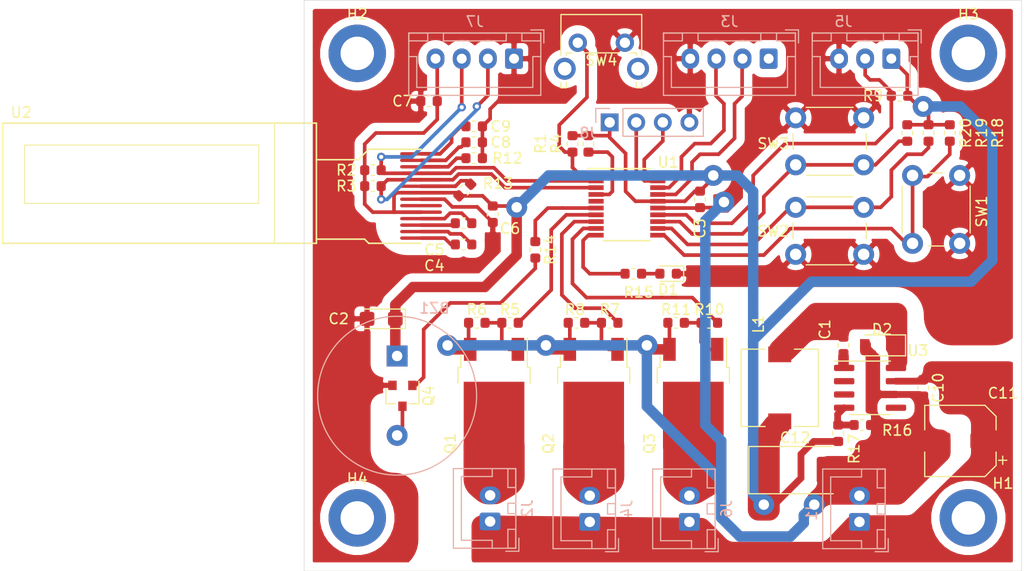
<source format=kicad_pcb>
(kicad_pcb (version 20171130) (host pcbnew 5.1.4)
  (layers (0 F.Cu signal) (31 B.Cu signal) (34 B.Paste user) (35 F.Paste user) (36 B.SilkS user) (37 F.SilkS user) (38 B.Mask user) (39 F.Mask user) (44 Edge.Cuts user))
  (net 0 "")
  (net 1 "Net-(U1-Pad5)")
  (net 2 /USB_DP)
  (net 3 /USB_DN)
  (net 4 +3V3)
  (net 5 GND)
  (net 6 /btn_down)
  (net 7 /btn_up)
  (net 8 /thermal_sensor)
  (net 9 /light_control)
  (net 10 /heater_ctrl)
  (net 11 /pump_ctrl)
  (net 12 "Net-(R4-Pad2)")
  (net 13 /boot)
  (net 14 "Net-(U2-Pad6)")
  (net 15 +5V)
  (net 16 "Net-(BZ1-Pad2)")
  (net 17 /buzzer)
  (net 18 /blinky)
  (net 19 /btn_sw)
  (net 20 /oled_scl)
  (net 21 /oled_sda)
  (net 22 "Net-(C9-Pad1)")
  (net 23 "Net-(C8-Pad1)")
  (net 24 "Net-(R12-Pad2)")
  (net 25 "Net-(R13-Pad2)")
  (net 26 "Net-(C5-Pad1)")
  (net 27 "Net-(C5-Pad2)")
  (net 28 "Net-(C4-Pad1)")
  (net 29 "Net-(C4-Pad2)")
  (net 30 +24V)
  (net 31 "Net-(D1-Pad2)")
  (net 32 "Net-(J2-Pad2)")
  (net 33 "Net-(J4-Pad2)")
  (net 34 "Net-(J6-Pad2)")
  (net 35 "Net-(Q1-Pad1)")
  (net 36 "Net-(Q2-Pad1)")
  (net 37 "Net-(Q3-Pad1)")
  (net 38 "Net-(Q4-Pad1)")
  (net 39 /SWCLK)
  (net 40 /SWDIO)
  (net 41 "Net-(R16-Pad1)")
  (net 42 "Net-(U3-Pad3)")
  (net 43 "Net-(U3-Pad2)")
  (net 44 "Net-(C1-Pad2)")
  (net 45 "Net-(U3-Pad5)")
  (net 46 /PH)
  (module Capacitor_SMD:CP_Elec_6.3x3.9 (layer F.Cu) (at 188.468 110.744 180)
    (fp_text reference C11 (at -4.064 4.572) (layer F.SilkS))
    (fp_text value 100uf)
    (pad 2 smd roundrect (at 2.7 0 180) (size 3.5 1.6) (layers F.Cu F.Paste F.Mask) (roundrect_rratio 0.15625) (net 5 GND))
    (pad 1 smd roundrect (at -2.7 0 180) (size 3.5 1.6) (layers F.Cu F.Paste F.Mask) (roundrect_rratio 0.15625) (net 30 +24V))
  )
  (module Connector_JST:JST_XH_B4B-XH-A_1x04_P2.50mm_Vertical (layer B.Cu) (at 145.796 74.168 180)
    (fp_text reference J7 (at 3.75 3.55) (layer B.SilkS) (effects (justify mirror)))
    (fp_text value Conn_01x04)
    (pad 4 thru_hole oval (at 7.5 0 180) (size 1.7 1.95) (drill 0.95) (layers *.Cu *.Mask) (net 4 +3V3))
    (pad 3 thru_hole oval (at 5 0 180) (size 1.7 1.95) (drill 0.95) (layers *.Cu *.Mask) (net 21 /oled_sda))
    (pad 2 thru_hole oval (at 2.5 0 180) (size 1.7 1.95) (drill 0.95) (layers *.Cu *.Mask) (net 20 /oled_scl))
    (pad 1 thru_hole roundrect (at 0 0 180) (size 1.7 1.95) (drill 0.95) (layers *.Cu *.Mask) (roundrect_rratio 0.147059) (net 5 GND))
  )
  (module Connector_JST:JST_XH_B4B-XH-A_1x04_P2.50mm_Vertical (layer B.Cu) (at 170.14 74.168 180)
    (fp_text reference J3 (at 3.75 3.55) (layer B.SilkS) (effects (justify mirror)))
    (fp_text value Conn_01x04)
    (pad 4 thru_hole oval (at 7.5 0 180) (size 1.7 1.95) (drill 0.95) (layers *.Cu *.Mask) (net 5 GND))
    (pad 3 thru_hole oval (at 5 0 180) (size 1.7 1.95) (drill 0.95) (layers *.Cu *.Mask) (net 2 /USB_DP))
    (pad 2 thru_hole oval (at 2.5 0 180) (size 1.7 1.95) (drill 0.95) (layers *.Cu *.Mask) (net 3 /USB_DN))
    (pad 1 thru_hole roundrect (at 0 0 180) (size 1.7 1.95) (drill 0.95) (layers *.Cu *.Mask) (roundrect_rratio 0.147059) (net 15 +5V))
  )
  (module Connector_JST:JST_XH_B2B-XH-A_1x02_P2.50mm_Vertical (layer B.Cu) (at 162.56 118.491 90)
    (fp_text reference J6 (at 1.25 3.55 270) (layer B.SilkS) (effects (justify mirror)))
    (fp_text value Conn_02x01)
    (pad 2 thru_hole oval (at 2.5 0 90) (size 1.7 2) (drill 1) (layers *.Cu *.Mask) (net 34 "Net-(J6-Pad2)"))
    (pad 1 thru_hole roundrect (at 0 0 90) (size 1.7 2) (drill 1) (layers *.Cu *.Mask) (roundrect_rratio 0.147059) (net 30 +24V))
  )
  (module Connector_JST:JST_XH_B2B-XH-A_1x02_P2.50mm_Vertical (layer B.Cu) (at 153.035 118.491 90)
    (fp_text reference J4 (at 1.25 3.55 270) (layer B.SilkS) (effects (justify mirror)))
    (fp_text value Conn_02x01)
    (pad 2 thru_hole oval (at 2.5 0 90) (size 1.7 2) (drill 1) (layers *.Cu *.Mask) (net 33 "Net-(J4-Pad2)"))
    (pad 1 thru_hole roundrect (at 0 0 90) (size 1.7 2) (drill 1) (layers *.Cu *.Mask) (roundrect_rratio 0.147059) (net 30 +24V))
  )
  (module Connector_JST:JST_XH_B2B-XH-A_1x02_P2.50mm_Vertical (layer B.Cu) (at 143.51 118.451 90)
    (fp_text reference J2 (at 1.25 3.55 270) (layer B.SilkS) (effects (justify mirror)))
    (fp_text value Conn_02x01)
    (pad 2 thru_hole oval (at 2.5 0 90) (size 1.7 2) (drill 1) (layers *.Cu *.Mask) (net 32 "Net-(J2-Pad2)"))
    (pad 1 thru_hole roundrect (at 0 0 90) (size 1.7 2) (drill 1) (layers *.Cu *.Mask) (roundrect_rratio 0.147059) (net 30 +24V))
  )
  (module Connector_JST:JST_XH_B2B-XH-A_1x02_P2.50mm_Vertical (layer B.Cu) (at 178.816 118.491 90)
    (fp_text reference J1 (at 0.976 -4.572 90) (layer B.SilkS) (effects (justify mirror)))
    (fp_text value Conn_02x01)
    (pad 2 thru_hole oval (at 2.5 0 90) (size 1.7 2) (drill 1) (layers *.Cu *.Mask) (net 5 GND))
    (pad 1 thru_hole roundrect (at 0 0 90) (size 1.7 2) (drill 1) (layers *.Cu *.Mask) (roundrect_rratio 0.147059) (net 30 +24V))
  )
  (module Connector_JST:JST_XH_B3B-XH-A_1x03_P2.50mm_Vertical (layer B.Cu) (at 181.864 74.168 180)
    (fp_text reference J5 (at 4.572 3.556) (layer B.SilkS) (effects (justify mirror)))
    (fp_text value Conn_01x03)
    (pad 3 thru_hole oval (at 5 0 180) (size 1.7 1.95) (drill 0.95) (layers *.Cu *.Mask) (net 5 GND))
    (pad 2 thru_hole oval (at 2.5 0 180) (size 1.7 1.95) (drill 0.95) (layers *.Cu *.Mask) (net 8 /thermal_sensor))
    (pad 1 thru_hole roundrect (at 0 0 180) (size 1.7 1.95) (drill 0.95) (layers *.Cu *.Mask) (roundrect_rratio 0.147059) (net 4 +3V3))
  )
  (module Buzzer_Beeper:Buzzer_15x7.5RM7.6 (layer B.Cu) (at 134.62 102.616 270)
    (fp_text reference BZ1 (at -4.572 -3.556) (layer B.SilkS) (effects (justify mirror)))
    (fp_text value Buzzer)
    (pad 2 thru_hole circle (at 7.6 0 270) (size 2 2) (drill 1) (layers *.Cu *.Mask) (net 16 "Net-(BZ1-Pad2)"))
    (pad 1 thru_hole rect (at 0 0 270) (size 2 2) (drill 1) (layers *.Cu *.Mask) (net 4 +3V3))
  )
  (module Capacitor_Tantalum_SMD:CP_EIA-3216-18_Kemet-A (layer F.Cu) (at 133.096 99.06 180)
    (fp_text reference C2 (at 4.064 0) (layer F.SilkS))
    (fp_text value 100uf)
    (pad 2 smd roundrect (at 1.35 0 180) (size 1.4 1.35) (layers F.Cu F.Paste F.Mask) (roundrect_rratio 0.185185) (net 5 GND))
    (pad 1 smd roundrect (at -1.35 0 180) (size 1.4 1.35) (layers F.Cu F.Paste F.Mask) (roundrect_rratio 0.185185) (net 4 +3V3))
  )
  (module Resistor_SMD:R_0603_1608Metric (layer F.Cu) (at 183.388 81.28 270)
    (fp_text reference R20 (at 0 -5.588 90) (layer F.SilkS))
    (fp_text value R)
    (pad 2 smd roundrect (at 0.7875 0 270) (size 0.875 0.95) (layers F.Cu F.Paste F.Mask) (net 7 /btn_up))
    (pad 1 smd roundrect (at -0.7875 0 270) (size 0.875 0.95) (layers F.Cu F.Paste F.Mask) (net 4 +3V3))
  )
  (module Resistor_SMD:R_0603_1608Metric (layer F.Cu) (at 185.42 81.28 270)
    (fp_text reference R19 (at 0 -5.08 90) (layer F.SilkS))
    (fp_text value R)
    (pad 2 smd roundrect (at 0.7875 0 270) (size 0.875 0.95) (layers F.Cu F.Paste F.Mask) (net 6 /btn_down))
    (pad 1 smd roundrect (at -0.7875 0 270) (size 0.875 0.95) (layers F.Cu F.Paste F.Mask) (net 4 +3V3))
  )
  (module Resistor_SMD:R_0603_1608Metric (layer F.Cu) (at 187.452 81.28 270)
    (fp_text reference R18 (at 0 -4.572 90) (layer F.SilkS))
    (fp_text value R)
    (pad 2 smd roundrect (at 0.7875 0 270) (size 0.875 0.95) (layers F.Cu F.Paste F.Mask) (net 19 /btn_sw))
    (pad 1 smd roundrect (at -0.7875 0 270) (size 0.875 0.95) (layers F.Cu F.Paste F.Mask) (net 4 +3V3))
  )
  (module Inductor_SMD:L_7.3x7.3_H4.5 (layer F.Cu) (at 171.196 105.664 270)
    (fp_text reference L1 (at -6.096 2.032 90) (layer F.SilkS))
    (fp_text value L)
    (pad 2 smd rect (at 3.2 0 270) (size 1.5 2.2) (layers F.Cu F.Paste F.Mask) (net 4 +3V3))
    (pad 1 smd rect (at -3.2 0 270) (size 1.5 2.2) (layers F.Cu F.Paste F.Mask) (net 46 /PH))
  )
  (module Capacitor_Tantalum_SMD:CP_EIA-7343-30_AVX-N (layer F.Cu) (at 172.6555 113.538)
    (fp_text reference C12 (at 0 -3.1) (layer F.SilkS))
    (fp_text value 100u)
    (pad 2 smd roundrect (at 3.1125 0) (size 2.075 2.55) (layers F.Cu F.Paste F.Mask) (roundrect_rratio 0.120482) (net 5 GND))
    (pad 1 smd roundrect (at -3.1125 0) (size 2.075 2.55) (layers F.Cu F.Paste F.Mask) (roundrect_rratio 0.120482) (net 4 +3V3))
  )
  (module Capacitor_SMD:C_0603_1608Metric (layer F.Cu) (at 184.912 105.664 270)
    (fp_text reference C10 (at 0 -1.43 90) (layer F.SilkS))
    (fp_text value 100n)
    (pad 2 smd roundrect (at 0.7875 0 270) (size 0.875 0.95) (layers F.Cu F.Paste F.Mask) (net 5 GND))
    (pad 1 smd roundrect (at -0.7875 0 270) (size 0.875 0.95) (layers F.Cu F.Paste F.Mask) (net 30 +24V))
  )
  (module Diode_SMD:D_SOD-123 (layer F.Cu) (at 180.974 101.6 180)
    (fp_text reference D2 (at 0 1.524) (layer F.SilkS))
    (fp_text value PMEG6010CEH)
    (pad 2 smd rect (at 1.65 0 180) (size 0.9 1.2) (layers F.Cu F.Paste F.Mask) (net 5 GND))
    (pad 1 smd rect (at -1.65 0 180) (size 0.9 1.2) (layers F.Cu F.Paste F.Mask) (net 46 /PH))
  )
  (module Capacitor_SMD:C_0603_1608Metric (layer F.Cu) (at 137.668 78.232)
    (fp_text reference C7 (at -2.54 0) (layer F.SilkS))
    (fp_text value 100n)
    (pad 2 smd roundrect (at 0.7875 0) (size 0.875 0.95) (layers F.Cu F.Paste F.Mask) (net 4 +3V3))
    (pad 1 smd roundrect (at -0.7875 0) (size 0.875 0.95) (layers F.Cu F.Paste F.Mask) (net 5 GND))
  )
  (module Resistor_SMD:R_0603_1608Metric (layer F.Cu) (at 176.784 110.0075 90)
    (fp_text reference R17 (at -1.4985 1.524 90) (layer F.SilkS))
    (fp_text value R)
    (pad 2 smd roundrect (at 0.7875 0 90) (size 0.875 0.95) (layers F.Cu F.Paste F.Mask) (net 41 "Net-(R16-Pad1)"))
    (pad 1 smd roundrect (at -0.7875 0 90) (size 0.875 0.95) (layers F.Cu F.Paste F.Mask) (net 4 +3V3))
  )
  (module Resistor_SMD:R_0603_1608Metric (layer F.Cu) (at 179.0955 109.22)
    (fp_text reference R16 (at 3.3275 0.508) (layer F.SilkS))
    (fp_text value R)
    (pad 2 smd roundrect (at 0.7875 0) (size 0.875 0.95) (layers F.Cu F.Paste F.Mask) (net 5 GND))
    (pad 1 smd roundrect (at -0.7875 0) (size 0.875 0.95) (layers F.Cu F.Paste F.Mask) (net 41 "Net-(R16-Pad1)"))
  )
  (module Capacitor_SMD:C_0603_1608Metric (layer F.Cu) (at 177.292 101.6 270)
    (fp_text reference C1 (at -1.524 1.778 90) (layer F.SilkS))
    (fp_text value C)
    (pad 2 smd roundrect (at 0.7875 0 270) (size 0.875 0.95) (layers F.Cu F.Paste F.Mask) (net 44 "Net-(C1-Pad2)"))
    (pad 1 smd roundrect (at -0.7875 0 270) (size 0.875 0.95) (layers F.Cu F.Paste F.Mask) (net 46 /PH))
  )
  (module Package_SO:SOIC-8_3.9x4.9mm_P1.27mm (layer F.Cu) (at 179.832 105.664)
    (fp_text reference U3 (at 4.572 -3.556) (layer F.SilkS))
    (fp_text value TPS5420D)
    (pad 8 smd roundrect (at 2.475 -1.905) (size 1.95 0.6) (layers F.Cu F.Paste F.Mask) (net 46 /PH))
    (pad 7 smd roundrect (at 2.475 -0.635) (size 1.95 0.6) (layers F.Cu F.Paste F.Mask) (net 30 +24V))
    (pad 6 smd roundrect (at 2.475 0.635) (size 1.95 0.6) (layers F.Cu F.Paste F.Mask) (net 5 GND))
    (pad 5 smd roundrect (at 2.475 1.905) (size 1.95 0.6) (layers F.Cu F.Paste F.Mask) (net 45 "Net-(U3-Pad5)"))
    (pad 4 smd roundrect (at -2.475 1.905) (size 1.95 0.6) (layers F.Cu F.Paste F.Mask) (net 41 "Net-(R16-Pad1)"))
    (pad 3 smd roundrect (at -2.475 0.635) (size 1.95 0.6) (layers F.Cu F.Paste F.Mask) (net 42 "Net-(U3-Pad3)"))
    (pad 2 smd roundrect (at -2.475 -0.635) (size 1.95 0.6) (layers F.Cu F.Paste F.Mask) (net 43 "Net-(U3-Pad2)"))
    (pad 1 smd roundrect (at -2.475 -1.905) (size 1.95 0.6) (layers F.Cu F.Paste F.Mask) (net 44 "Net-(C1-Pad2)"))
  )
  (module Connector_PinHeader_2.54mm:PinHeader_1x04_P2.54mm_Vertical (layer B.Cu) (at 154.94 80.264 270)
    (fp_text reference J8 (at 1.016 2.032 180) (layer B.SilkS) (effects (justify mirror)))
    (fp_text value Conn_01x04)
    (pad 4 thru_hole oval (at 0 -7.62 270) (size 1.7 1.7) (drill 1) (layers *.Cu *.Mask) (net 5 GND))
    (pad 3 thru_hole oval (at 0 -5.08 270) (size 1.7 1.7) (drill 1) (layers *.Cu *.Mask) (net 39 /SWCLK))
    (pad 2 thru_hole oval (at 0 -2.54 270) (size 1.7 1.7) (drill 1) (layers *.Cu *.Mask) (net 40 /SWDIO))
    (pad 1 thru_hole rect (at 0 0 270) (size 1.7 1.7) (drill 1) (layers *.Cu *.Mask) (net 4 +3V3))
  )
  (module Package_TO_SOT_SMD:SOT-23 (layer F.Cu) (at 135.128 106.426 270)
    (fp_text reference Q4 (at 0 -2.5 90) (layer F.SilkS))
    (fp_text value BC847)
    (pad 3 smd rect (at 1 0 270) (size 0.9 0.8) (layers F.Cu F.Paste F.Mask) (net 16 "Net-(BZ1-Pad2)"))
    (pad 2 smd rect (at -1 0.95 270) (size 0.9 0.8) (layers F.Cu F.Paste F.Mask) (net 5 GND))
    (pad 1 smd rect (at -1 -0.95 270) (size 0.9 0.8) (layers F.Cu F.Paste F.Mask) (net 38 "Net-(Q4-Pad1)"))
  )
  (module Button_Switch_THT:SW_Tactile_SPST_Angled_PTS645Vx39-2LFS (layer F.Cu) (at 151.892 72.644)
    (fp_text reference SW4 (at 2.25 1.68) (layer F.SilkS))
    (fp_text value SW_Push)
    (pad "" thru_hole circle (at -1.25 2.49) (size 2.1 2.1) (drill 1.3) (layers *.Cu *.Mask))
    (pad 1 thru_hole circle (at 0 0) (size 1.75 1.75) (drill 0.99) (layers *.Cu *.Mask) (net 13 /boot))
    (pad 2 thru_hole circle (at 4.5 0) (size 1.75 1.75) (drill 0.99) (layers *.Cu *.Mask) (net 5 GND))
    (pad "" thru_hole circle (at 5.76 2.49) (size 2.1 2.1) (drill 1.3) (layers *.Cu *.Mask))
  )
  (module Button_Switch_THT:SW_PUSH_6mm_H5mm (layer F.Cu) (at 179.22 84.328 180)
    (fp_text reference SW3 (at 8.636 2.032) (layer F.SilkS))
    (fp_text value SW_Push)
    (pad 1 thru_hole circle (at 6.5 0 270) (size 2 2) (drill 1.1) (layers *.Cu *.Mask) (net 7 /btn_up))
    (pad 2 thru_hole circle (at 6.5 4.5 270) (size 2 2) (drill 1.1) (layers *.Cu *.Mask) (net 5 GND))
    (pad 1 thru_hole circle (at 0 0 270) (size 2 2) (drill 1.1) (layers *.Cu *.Mask) (net 7 /btn_up))
    (pad 2 thru_hole circle (at 0 4.5 270) (size 2 2) (drill 1.1) (layers *.Cu *.Mask) (net 5 GND))
  )
  (module Button_Switch_THT:SW_PUSH_6mm_H5mm (layer F.Cu) (at 172.72 88.392)
    (fp_text reference SW2 (at -2.159 2.286) (layer F.SilkS))
    (fp_text value SW_Push)
    (pad 1 thru_hole circle (at 6.5 0 90) (size 2 2) (drill 1.1) (layers *.Cu *.Mask) (net 6 /btn_down))
    (pad 2 thru_hole circle (at 6.5 4.5 90) (size 2 2) (drill 1.1) (layers *.Cu *.Mask) (net 5 GND))
    (pad 1 thru_hole circle (at 0 0 90) (size 2 2) (drill 1.1) (layers *.Cu *.Mask) (net 6 /btn_down))
    (pad 2 thru_hole circle (at 0 4.5 90) (size 2 2) (drill 1.1) (layers *.Cu *.Mask) (net 5 GND))
  )
  (module Button_Switch_THT:SW_PUSH_6mm_H5mm (layer F.Cu) (at 183.896 91.844 90)
    (fp_text reference SW1 (at 3.048 6.604 90) (layer F.SilkS))
    (fp_text value SW_Push)
    (pad 1 thru_hole circle (at 6.5 0 180) (size 2 2) (drill 1.1) (layers *.Cu *.Mask) (net 19 /btn_sw))
    (pad 2 thru_hole circle (at 6.5 4.5 180) (size 2 2) (drill 1.1) (layers *.Cu *.Mask) (net 5 GND))
    (pad 1 thru_hole circle (at 0 0 180) (size 2 2) (drill 1.1) (layers *.Cu *.Mask) (net 19 /btn_sw))
    (pad 2 thru_hole circle (at 0 4.5 180) (size 2 2) (drill 1.1) (layers *.Cu *.Mask) (net 5 GND))
  )
  (module Resistor_SMD:R_0603_1608Metric (layer F.Cu) (at 157.2005 94.742)
    (fp_text reference R15 (at 0.508 1.778) (layer F.SilkS))
    (fp_text value 2k)
    (pad 2 smd roundrect (at 0.7875 0) (size 0.875 0.95) (layers F.Cu F.Paste F.Mask) (net 31 "Net-(D1-Pad2)"))
    (pad 1 smd roundrect (at -0.7875 0) (size 0.875 0.95) (layers F.Cu F.Paste F.Mask) (net 18 /blinky))
  )
  (module Resistor_SMD:R_0603_1608Metric (layer F.Cu) (at 147.828 92.456 270)
    (fp_text reference R14 (at 0 -1.43 90) (layer F.SilkS))
    (fp_text value 2k)
    (pad 2 smd roundrect (at 0.7875 0 270) (size 0.875 0.95) (layers F.Cu F.Paste F.Mask) (net 38 "Net-(Q4-Pad1)"))
    (pad 1 smd roundrect (at -0.7875 0 270) (size 0.875 0.95) (layers F.Cu F.Paste F.Mask) (net 17 /buzzer))
  )
  (module Resistor_SMD:R_0603_1608Metric (layer F.Cu) (at 141.09211 86.737623 45)
    (fp_text reference R13 (at 2.694077 1.796051 180) (layer F.SilkS))
    (fp_text value 10k)
    (pad 2 smd roundrect (at 0.7875 0 45) (size 0.875 0.95) (layers F.Cu F.Paste F.Mask) (net 25 "Net-(R13-Pad2)"))
    (pad 1 smd roundrect (at -0.7875 0 45) (size 0.875 0.95) (layers F.Cu F.Paste F.Mask) (net 4 +3V3))
  )
  (module Resistor_SMD:R_0603_1608Metric (layer F.Cu) (at 141.986 83.693 180)
    (fp_text reference R12 (at -3.175 0) (layer F.SilkS))
    (fp_text value 390k)
    (pad 2 smd roundrect (at 0.7875 0 180) (size 0.875 0.95) (layers F.Cu F.Paste F.Mask) (net 24 "Net-(R12-Pad2)"))
    (pad 1 smd roundrect (at -0.7875 0 180) (size 0.875 0.95) (layers F.Cu F.Paste F.Mask) (net 5 GND))
  )
  (module Resistor_SMD:R_0603_1608Metric (layer F.Cu) (at 161.29 99.441 180)
    (fp_text reference R11 (at 0 1.27) (layer F.SilkS))
    (fp_text value 100k)
    (pad 2 smd roundrect (at 0.7875 0 180) (size 0.875 0.95) (layers F.Cu F.Paste F.Mask) (net 5 GND))
    (pad 1 smd roundrect (at -0.7875 0 180) (size 0.875 0.95) (layers F.Cu F.Paste F.Mask) (net 37 "Net-(Q3-Pad1)"))
  )
  (module Resistor_SMD:R_0603_1608Metric (layer F.Cu) (at 164.465 99.441)
    (fp_text reference R10 (at 0 -1.27) (layer F.SilkS))
    (fp_text value 200)
    (pad 2 smd roundrect (at 0.7875 0) (size 0.875 0.95) (layers F.Cu F.Paste F.Mask) (net 9 /light_control))
    (pad 1 smd roundrect (at -0.7875 0) (size 0.875 0.95) (layers F.Cu F.Paste F.Mask) (net 37 "Net-(Q3-Pad1)"))
  )
  (module Resistor_SMD:R_0603_1608Metric (layer F.Cu) (at 182.6515 77.724 180)
    (fp_text reference R9 (at 2.54 0) (layer F.SilkS))
    (fp_text value 4k7)
    (pad 2 smd roundrect (at 0.7875 0 180) (size 0.875 0.95) (layers F.Cu F.Paste F.Mask) (net 8 /thermal_sensor))
    (pad 1 smd roundrect (at -0.7875 0 180) (size 0.875 0.95) (layers F.Cu F.Paste F.Mask) (net 4 +3V3))
  )
  (module Resistor_SMD:R_0603_1608Metric (layer F.Cu) (at 151.765 99.441 180)
    (fp_text reference R8 (at 0.1525 1.27) (layer F.SilkS))
    (fp_text value 100k)
    (pad 2 smd roundrect (at 0.7875 0 180) (size 0.875 0.95) (layers F.Cu F.Paste F.Mask) (net 5 GND))
    (pad 1 smd roundrect (at -0.7875 0 180) (size 0.875 0.95) (layers F.Cu F.Paste F.Mask) (net 36 "Net-(Q2-Pad1)"))
  )
  (module Resistor_SMD:R_0603_1608Metric (layer F.Cu) (at 154.94 99.441)
    (fp_text reference R7 (at 0 -1.27) (layer F.SilkS))
    (fp_text value 200)
    (pad 2 smd roundrect (at 0.7875 0) (size 0.875 0.95) (layers F.Cu F.Paste F.Mask) (net 10 /heater_ctrl))
    (pad 1 smd roundrect (at -0.7875 0) (size 0.875 0.95) (layers F.Cu F.Paste F.Mask) (net 36 "Net-(Q2-Pad1)"))
  )
  (module Resistor_SMD:R_0603_1608Metric (layer F.Cu) (at 142.24 99.441 180)
    (fp_text reference R6 (at 0 1.27) (layer F.SilkS))
    (fp_text value 100k)
    (pad 2 smd roundrect (at 0.7875 0 180) (size 0.875 0.95) (layers F.Cu F.Paste F.Mask) (net 5 GND))
    (pad 1 smd roundrect (at -0.7875 0 180) (size 0.875 0.95) (layers F.Cu F.Paste F.Mask) (net 35 "Net-(Q1-Pad1)"))
  )
  (module Resistor_SMD:R_0603_1608Metric (layer F.Cu) (at 145.415 99.441)
    (fp_text reference R5 (at 0 -1.27) (layer F.SilkS))
    (fp_text value 200)
    (pad 2 smd roundrect (at 0.7875 0) (size 0.875 0.95) (layers F.Cu F.Paste F.Mask) (net 11 /pump_ctrl))
    (pad 1 smd roundrect (at -0.7875 0) (size 0.875 0.95) (layers F.Cu F.Paste F.Mask) (net 35 "Net-(Q1-Pad1)"))
  )
  (module Resistor_SMD:R_0603_1608Metric (layer F.Cu) (at 152.908 82.3215 270)
    (fp_text reference R4 (at -0.0255 3.048 90) (layer F.SilkS))
    (fp_text value 10k)
    (pad 2 smd roundrect (at 0.7875 0 270) (size 0.875 0.95) (layers F.Cu F.Paste F.Mask) (net 12 "Net-(R4-Pad2)"))
    (pad 1 smd roundrect (at -0.7875 0 270) (size 0.875 0.95) (layers F.Cu F.Paste F.Mask) (net 4 +3V3))
  )
  (module Resistor_SMD:R_0603_1608Metric (layer F.Cu) (at 132.3085 86.36)
    (fp_text reference R3 (at -2.54 0) (layer F.SilkS))
    (fp_text value 4k7)
    (pad 2 smd roundrect (at 0.7875 0) (size 0.875 0.95) (layers F.Cu F.Paste F.Mask) (net 20 /oled_scl))
    (pad 1 smd roundrect (at -0.7875 0) (size 0.875 0.95) (layers F.Cu F.Paste F.Mask) (net 4 +3V3))
  )
  (module Resistor_SMD:R_0603_1608Metric (layer F.Cu) (at 132.3085 84.836)
    (fp_text reference R2 (at -2.54 0) (layer F.SilkS))
    (fp_text value 4k7)
    (pad 2 smd roundrect (at 0.7875 0) (size 0.875 0.95) (layers F.Cu F.Paste F.Mask) (net 21 /oled_sda))
    (pad 1 smd roundrect (at -0.7875 0) (size 0.875 0.95) (layers F.Cu F.Paste F.Mask) (net 4 +3V3))
  )
  (module Resistor_SMD:R_0603_1608Metric (layer F.Cu) (at 151.384 82.3215 270)
    (fp_text reference R1 (at -0.0255 3.048 90) (layer F.SilkS))
    (fp_text value 10k)
    (pad 2 smd roundrect (at 0.7875 0 270) (size 0.875 0.95) (layers F.Cu F.Paste F.Mask) (net 13 /boot))
    (pad 1 smd roundrect (at -0.7875 0 270) (size 0.875 0.95) (layers F.Cu F.Paste F.Mask) (net 4 +3V3))
  )
  (module Package_TO_SOT_SMD:TO-252-2 (layer F.Cu) (at 162.935 106.181 270)
    (fp_text reference Q3 (at 4.817 4.185 90) (layer F.SilkS))
    (fp_text value Q_NMOS_GDS)
    (pad 2 smd rect (at 2.1 0 270) (size 6.4 5.8) (layers F.Cu F.Mask) (net 34 "Net-(J6-Pad2)"))
    (pad 3 smd rect (at -4.2 2.28 270) (size 2.2 1.2) (layers F.Cu F.Paste F.Mask) (net 5 GND))
    (pad 1 smd rect (at -4.2 -2.28 270) (size 2.2 1.2) (layers F.Cu F.Paste F.Mask) (net 37 "Net-(Q3-Pad1)"))
  )
  (module Package_TO_SOT_SMD:TO-252-2 (layer F.Cu) (at 153.41 106.181 270)
    (fp_text reference Q2 (at 4.817 4.312 90) (layer F.SilkS))
    (fp_text value Q_NMOS_GDS)
    (pad 2 smd rect (at 2.1 0 270) (size 6.4 5.8) (layers F.Cu F.Mask) (net 33 "Net-(J4-Pad2)"))
    (pad 3 smd rect (at -4.2 2.28 270) (size 2.2 1.2) (layers F.Cu F.Paste F.Mask) (net 5 GND))
    (pad 1 smd rect (at -4.2 -2.28 270) (size 2.2 1.2) (layers F.Cu F.Paste F.Mask) (net 36 "Net-(Q2-Pad1)"))
  )
  (module Package_TO_SOT_SMD:TO-252-2 (layer F.Cu) (at 143.885 106.181 270)
    (fp_text reference Q1 (at 4.817 4.185 90) (layer F.SilkS))
    (fp_text value Q_NMOS_GDS)
    (pad 2 smd rect (at 2.1 0 270) (size 6.4 5.8) (layers F.Cu F.Mask) (net 32 "Net-(J2-Pad2)"))
    (pad 3 smd rect (at -4.2 2.28 270) (size 2.2 1.2) (layers F.Cu F.Paste F.Mask) (net 5 GND))
    (pad 1 smd rect (at -4.2 -2.28 270) (size 2.2 1.2) (layers F.Cu F.Paste F.Mask) (net 35 "Net-(Q1-Pad1)"))
  )
  (module MountingHole:MountingHole_3.2mm_M3_ISO14580_Pad (layer F.Cu) (at 130.81 118.11)
    (fp_text reference H4 (at 0 -3.75) (layer F.SilkS))
    (fp_text value MountingHole)
    (pad 1 thru_hole circle (at 0 0) (size 5.5 5.5) (drill 3.2) (layers *.Cu *.Mask))
  )
  (module MountingHole:MountingHole_3.2mm_M3_ISO14580_Pad (layer F.Cu) (at 189.23 73.66)
    (fp_text reference H3 (at 0 -3.75) (layer F.SilkS))
    (fp_text value MountingHole)
    (pad 1 thru_hole circle (at 0 0) (size 5.5 5.5) (drill 3.2) (layers *.Cu *.Mask))
  )
  (module MountingHole:MountingHole_3.2mm_M3_ISO14580_Pad (layer F.Cu) (at 130.81 73.66)
    (fp_text reference H2 (at 0 -3.75) (layer F.SilkS))
    (fp_text value MountingHole)
    (pad 1 thru_hole circle (at 0 0) (size 5.5 5.5) (drill 3.2) (layers *.Cu *.Mask))
  )
  (module MountingHole:MountingHole_3.2mm_M3_ISO14580_Pad (layer F.Cu) (at 189.23 118.11)
    (fp_text reference H1 (at 3.302 -3.302) (layer F.SilkS))
    (fp_text value MountingHole)
    (pad 1 thru_hole circle (at 0 0) (size 5.5 5.5) (drill 3.2) (layers *.Cu *.Mask))
  )
  (module LED_SMD:LED_0603_1608Metric (layer F.Cu) (at 160.528 94.742 180)
    (fp_text reference D1 (at 0 -1.524) (layer F.SilkS))
    (fp_text value LED)
    (pad 2 smd roundrect (at 0.7875 0 180) (size 0.875 0.95) (layers F.Cu F.Paste F.Mask) (net 31 "Net-(D1-Pad2)"))
    (pad 1 smd roundrect (at -0.7875 0 180) (size 0.875 0.95) (layers F.Cu F.Paste F.Mask) (net 5 GND))
  )
  (module Capacitor_SMD:C_0603_1608Metric (layer F.Cu) (at 141.986 80.645)
    (fp_text reference C9 (at 2.54 0) (layer F.SilkS))
    (fp_text value 2.2uf)
    (pad 2 smd roundrect (at 0.7875 0) (size 0.875 0.95) (layers F.Cu F.Paste F.Mask) (net 5 GND))
    (pad 1 smd roundrect (at -0.7875 0) (size 0.875 0.95) (layers F.Cu F.Paste F.Mask) (net 22 "Net-(C9-Pad1)"))
  )
  (module Capacitor_SMD:C_0603_1608Metric (layer F.Cu) (at 141.986 82.169)
    (fp_text reference C8 (at 2.54 0) (layer F.SilkS))
    (fp_text value 4.7uf)
    (pad 2 smd roundrect (at 0.7875 0) (size 0.875 0.95) (layers F.Cu F.Paste F.Mask) (net 5 GND))
    (pad 1 smd roundrect (at -0.7875 0) (size 0.875 0.95) (layers F.Cu F.Paste F.Mask) (net 23 "Net-(C8-Pad1)"))
  )
  (module Capacitor_SMD:C_0603_1608Metric (layer F.Cu) (at 140.97 89.916 180)
    (fp_text reference C5 (at 2.794 -2.54) (layer F.SilkS))
    (fp_text value 1uf)
    (pad 2 smd roundrect (at 0.7875 0 180) (size 0.875 0.95) (layers F.Cu F.Paste F.Mask) (net 27 "Net-(C5-Pad2)"))
    (pad 1 smd roundrect (at -0.7875 0 180) (size 0.875 0.95) (layers F.Cu F.Paste F.Mask) (net 26 "Net-(C5-Pad1)"))
  )
  (module Capacitor_SMD:C_0603_1608Metric (layer F.Cu) (at 140.97 91.948 180)
    (fp_text reference C4 (at 2.794 -2.032) (layer F.SilkS))
    (fp_text value 1uf)
    (pad 2 smd roundrect (at 0.7875 0 180) (size 0.875 0.95) (layers F.Cu F.Paste F.Mask) (net 29 "Net-(C4-Pad2)"))
    (pad 1 smd roundrect (at -0.7875 0 180) (size 0.875 0.95) (layers F.Cu F.Paste F.Mask) (net 28 "Net-(C4-Pad1)"))
  )
  (module Capacitor_SMD:C_0603_1608Metric (layer F.Cu) (at 143.764 89.0525 90)
    (fp_text reference C6 (at -1.3715 1.651) (layer F.SilkS))
    (fp_text value 100n)
    (pad 2 smd roundrect (at 0.7875 0 90) (size 0.875 0.95) (layers F.Cu F.Paste F.Mask) (net 4 +3V3))
    (pad 1 smd roundrect (at -0.7875 0 90) (size 0.875 0.95) (layers F.Cu F.Paste F.Mask) (net 5 GND))
  )
  (module Capacitor_SMD:C_0603_1608Metric (layer F.Cu) (at 163.576 87.63 270)
    (fp_text reference C3 (at 2.794 0 90) (layer F.SilkS))
    (fp_text value 100n)
    (pad 2 smd roundrect (at 0.7875 0 270) (size 0.875 0.95) (layers F.Cu F.Paste F.Mask) (net 5 GND))
    (pad 1 smd roundrect (at -0.7875 0 270) (size 0.875 0.95) (layers F.Cu F.Paste F.Mask) (net 4 +3V3))
  )
  (module oled:SSD1306_OLED-0.91-128x32 (layer F.Cu) (at 96.906 80.335)
    (fp_text reference U2 (at 1.778 -1.016) (layer F.SilkS))
    (fp_text value SSD1306)
    (pad 14 smd oval (at 40 2.94) (size 4 0.32) (layers F.Cu F.Paste F.Mask) (net 22 "Net-(C9-Pad1)"))
    (pad 13 smd oval (at 40 3.56) (size 4 0.32) (layers F.Cu F.Paste F.Mask) (net 23 "Net-(C8-Pad1)"))
    (pad 12 smd oval (at 40 4.18) (size 4 0.32) (layers F.Cu F.Paste F.Mask) (net 24 "Net-(R12-Pad2)"))
    (pad 11 smd oval (at 40 4.8) (size 4 0.32) (layers F.Cu F.Paste F.Mask) (net 21 /oled_sda))
    (pad 10 smd oval (at 40 5.42) (size 4 0.32) (layers F.Cu F.Paste F.Mask) (net 20 /oled_scl))
    (pad 9 smd oval (at 40 6.04) (size 4 0.32) (layers F.Cu F.Paste F.Mask) (net 25 "Net-(R13-Pad2)"))
    (pad 8 smd oval (at 40 6.66) (size 4 0.32) (layers F.Cu F.Paste F.Mask) (net 4 +3V3))
    (pad 7 smd oval (at 40 7.28) (size 4 0.32) (layers F.Cu F.Paste F.Mask) (net 5 GND))
    (pad 6 smd oval (at 40 7.9) (size 4 0.32) (layers F.Cu F.Paste F.Mask) (net 14 "Net-(U2-Pad6)"))
    (pad 5 smd oval (at 40 8.52) (size 4 0.32) (layers F.Cu F.Paste F.Mask) (net 4 +3V3))
    (pad 4 smd oval (at 40 9.14) (size 4 0.32) (layers F.Cu F.Paste F.Mask) (net 26 "Net-(C5-Pad1)"))
    (pad 3 smd oval (at 40 9.76) (size 4 0.32) (layers F.Cu F.Paste F.Mask) (net 27 "Net-(C5-Pad2)"))
    (pad 2 smd oval (at 40 10.38) (size 4 0.32) (layers F.Cu F.Paste F.Mask) (net 28 "Net-(C4-Pad1)"))
    (pad 1 smd oval (at 40 11) (size 4 0.32) (layers F.Cu F.Paste F.Mask) (net 29 "Net-(C4-Pad2)"))
  )
  (module Package_SO:TSSOP-20_4.4x6.5mm_P0.65mm (layer F.Cu) (at 156.59 88.135)
    (fp_text reference U1 (at 3.938 -4.061) (layer F.SilkS))
    (fp_text value STM32F042F4Px)
    (pad 20 smd rect (at 2.95 -2.925) (size 1.45 0.45) (layers F.Cu F.Paste F.Mask) (net 39 /SWCLK))
    (pad 19 smd rect (at 2.95 -2.275) (size 1.45 0.45) (layers F.Cu F.Paste F.Mask) (net 40 /SWDIO))
    (pad 18 smd rect (at 2.95 -1.625) (size 1.45 0.45) (layers F.Cu F.Paste F.Mask) (net 2 /USB_DP))
    (pad 17 smd rect (at 2.95 -0.975) (size 1.45 0.45) (layers F.Cu F.Paste F.Mask) (net 3 /USB_DN))
    (pad 16 smd rect (at 2.95 -0.325) (size 1.45 0.45) (layers F.Cu F.Paste F.Mask) (net 4 +3V3))
    (pad 15 smd rect (at 2.95 0.325) (size 1.45 0.45) (layers F.Cu F.Paste F.Mask) (net 5 GND))
    (pad 14 smd rect (at 2.95 0.975) (size 1.45 0.45) (layers F.Cu F.Paste F.Mask) (net 8 /thermal_sensor))
    (pad 13 smd rect (at 2.95 1.625) (size 1.45 0.45) (layers F.Cu F.Paste F.Mask) (net 7 /btn_up))
    (pad 12 smd rect (at 2.95 2.275) (size 1.45 0.45) (layers F.Cu F.Paste F.Mask) (net 6 /btn_down))
    (pad 11 smd rect (at 2.95 2.925) (size 1.45 0.45) (layers F.Cu F.Paste F.Mask) (net 19 /btn_sw))
    (pad 10 smd rect (at -2.95 2.925) (size 1.45 0.45) (layers F.Cu F.Paste F.Mask) (net 18 /blinky))
    (pad 9 smd rect (at -2.95 2.275) (size 1.45 0.45) (layers F.Cu F.Paste F.Mask) (net 9 /light_control))
    (pad 8 smd rect (at -2.95 1.625) (size 1.45 0.45) (layers F.Cu F.Paste F.Mask) (net 10 /heater_ctrl))
    (pad 7 smd rect (at -2.95 0.975) (size 1.45 0.45) (layers F.Cu F.Paste F.Mask) (net 11 /pump_ctrl))
    (pad 6 smd rect (at -2.95 0.325) (size 1.45 0.45) (layers F.Cu F.Paste F.Mask) (net 17 /buzzer))
    (pad 5 smd rect (at -2.95 -0.325) (size 1.45 0.45) (layers F.Cu F.Paste F.Mask) (net 1 "Net-(U1-Pad5)"))
    (pad 4 smd rect (at -2.95 -0.975) (size 1.45 0.45) (layers F.Cu F.Paste F.Mask) (net 12 "Net-(R4-Pad2)"))
    (pad 3 smd rect (at -2.95 -1.625) (size 1.45 0.45) (layers F.Cu F.Paste F.Mask) (net 20 /oled_scl))
    (pad 2 smd rect (at -2.95 -2.275) (size 1.45 0.45) (layers F.Cu F.Paste F.Mask) (net 21 /oled_sda))
    (pad 1 smd rect (at -2.95 -2.925) (size 1.45 0.45) (layers F.Cu F.Paste F.Mask) (net 13 /boot))
  )
  (gr_line (start 125.73 123.19) (end 132.08 123.19) (layer Edge.Cuts) (width 0.05))
  (gr_line (start 125.73 68.58) (end 125.73 123.19) (layer Edge.Cuts) (width 0.05))
  (gr_line (start 194.31 68.58) (end 125.73 68.58) (layer Edge.Cuts) (width 0.05))
  (gr_line (start 194.31 123.19) (end 194.31 68.58) (layer Edge.Cuts) (width 0.05))
  (gr_line (start 132.08 123.19) (end 194.31 123.19) (layer Edge.Cuts) (width 0.05))
  (segment (start 165.1 77.724) (end 165.1 74.295) (width 0.35) (layer F.Cu) (net 2))
  (segment (start 165.862 78.486) (end 165.1 77.724) (width 0.35) (layer F.Cu) (net 2))
  (segment (start 165.862 81.026) (end 165.862 78.486) (width 0.35) (layer F.Cu) (net 2))
  (segment (start 160.615 86.51) (end 161.798 85.327) (width 0.35) (layer F.Cu) (net 2))
  (segment (start 164.592 82.296) (end 165.862 81.026) (width 0.35) (layer F.Cu) (net 2))
  (segment (start 159.54 86.51) (end 160.615 86.51) (width 0.35) (layer F.Cu) (net 2))
  (segment (start 161.798 83.566) (end 163.068 82.296) (width 0.35) (layer F.Cu) (net 2))
  (segment (start 161.798 85.327) (end 161.798 83.566) (width 0.35) (layer F.Cu) (net 2))
  (segment (start 163.068 82.296) (end 164.592 82.296) (width 0.35) (layer F.Cu) (net 2))
  (segment (start 167.6 77.764) (end 167.6 74.295) (width 0.35) (layer F.Cu) (net 3))
  (segment (start 166.878 78.486) (end 167.6 77.764) (width 0.35) (layer F.Cu) (net 3))
  (segment (start 165.354 83.312) (end 166.878 81.788) (width 0.35) (layer F.Cu) (net 3))
  (segment (start 161.252 87.16) (end 162.814 85.598) (width 0.35) (layer F.Cu) (net 3))
  (segment (start 162.814 84.074) (end 163.576 83.312) (width 0.35) (layer F.Cu) (net 3))
  (segment (start 159.54 87.16) (end 161.252 87.16) (width 0.35) (layer F.Cu) (net 3))
  (segment (start 166.878 81.788) (end 166.878 78.486) (width 0.35) (layer F.Cu) (net 3))
  (segment (start 162.814 85.598) (end 162.814 84.074) (width 0.35) (layer F.Cu) (net 3))
  (segment (start 163.576 83.312) (end 165.354 83.312) (width 0.35) (layer F.Cu) (net 3))
  (segment (start 142.79347 87.29447) (end 143.764 88.265) (width 0.35) (layer F.Cu) (net 4))
  (segment (start 140.535263 87.29447) (end 142.79347 87.29447) (width 0.35) (layer F.Cu) (net 4))
  (segment (start 140.535263 87.29447) (end 140.235793 86.995) (width 0.35) (layer F.Cu) (net 4))
  (segment (start 139.065 86.995) (end 136.906 86.995) (width 0.35) (layer F.Cu) (net 4))
  (segment (start 140.235793 86.995) (end 139.065 86.995) (width 0.35) (layer F.Cu) (net 4))
  (segment (start 146.05 88.392) (end 146.05 88.392) (width 0.35) (layer B.Cu) (net 4))
  (via (at 146.05 88.392) (size 2) (drill 1) (layers F.Cu B.Cu) (net 4))
  (segment (start 145.923 88.265) (end 146.05 88.392) (width 0.35) (layer F.Cu) (net 4))
  (segment (start 143.764 88.265) (end 145.923 88.265) (width 0.35) (layer F.Cu) (net 4))
  (segment (start 134.556 86.995) (end 134.321 87.23) (width 0.35) (layer F.Cu) (net 4))
  (segment (start 134.321 87.23) (end 134.321 88.855) (width 0.35) (layer F.Cu) (net 4))
  (segment (start 136.906 86.995) (end 134.556 86.995) (width 0.35) (layer F.Cu) (net 4))
  (segment (start 136.906 88.855) (end 134.321 88.855) (width 0.35) (layer F.Cu) (net 4))
  (segment (start 131.521 88.087) (end 131.521 84.836) (width 0.35) (layer F.Cu) (net 4))
  (segment (start 132.289 88.855) (end 131.521 88.087) (width 0.35) (layer F.Cu) (net 4))
  (segment (start 134.321 88.855) (end 132.289 88.855) (width 0.35) (layer F.Cu) (net 4))
  (segment (start 151.384 81.534) (end 154.94 81.534) (width 0.35) (layer F.Cu) (net 4))
  (segment (start 154.94 80.518) (end 154.94 81.534) (width 0.35) (layer F.Cu) (net 4))
  (via (at 169.672 116.84) (size 2) (drill 1) (layers F.Cu B.Cu) (net 4))
  (segment (start 164.846 85.5725) (end 164.846 85.344) (width 0.35) (layer F.Cu) (net 4))
  (segment (start 163.576 86.8425) (end 164.846 85.5725) (width 0.35) (layer F.Cu) (net 4))
  (via (at 164.846 85.344) (size 2) (drill 1) (layers F.Cu B.Cu) (net 4))
  (segment (start 163.0935 86.8425) (end 163.576 86.8425) (width 0.35) (layer F.Cu) (net 4))
  (segment (start 159.54 87.81) (end 162.126 87.81) (width 0.35) (layer F.Cu) (net 4))
  (segment (start 162.126 87.81) (end 163.0935 86.8425) (width 0.35) (layer F.Cu) (net 4))
  (segment (start 156.464 86.868) (end 157.406 87.81) (width 0.35) (layer F.Cu) (net 4))
  (segment (start 154.94 81.534) (end 154.94 81.718) (width 0.35) (layer F.Cu) (net 4))
  (segment (start 157.406 87.81) (end 159.54 87.81) (width 0.35) (layer F.Cu) (net 4))
  (segment (start 156.464 83.242) (end 156.464 86.868) (width 0.35) (layer F.Cu) (net 4))
  (segment (start 154.94 81.718) (end 156.464 83.242) (width 0.35) (layer F.Cu) (net 4))
  (segment (start 138.4555 74.3275) (end 138.296 74.168) (width 0.35) (layer F.Cu) (net 4))
  (segment (start 131.521 82.347) (end 132.588 81.28) (width 0.35) (layer F.Cu) (net 4))
  (segment (start 131.521 84.836) (end 131.521 82.347) (width 0.35) (layer F.Cu) (net 4))
  (segment (start 132.588 81.28) (end 137.16 81.28) (width 0.35) (layer F.Cu) (net 4))
  (segment (start 137.16 81.28) (end 138.4555 79.9845) (width 0.35) (layer F.Cu) (net 4))
  (segment (start 138.4555 79.9845) (end 138.4555 74.3275) (width 0.35) (layer F.Cu) (net 4))
  (segment (start 146.05 92.964) (end 146.05 88.392) (width 1) (layer F.Cu) (net 4))
  (segment (start 134.446 101.934) (end 134.446 97.71) (width 1) (layer F.Cu) (net 4))
  (segment (start 135.128 102.616) (end 134.446 101.934) (width 1) (layer F.Cu) (net 4))
  (segment (start 134.446 97.71) (end 136.144 96.012) (width 1) (layer F.Cu) (net 4))
  (segment (start 136.144 96.012) (end 143.002 96.012) (width 1) (layer F.Cu) (net 4))
  (segment (start 143.002 96.012) (end 146.05 92.964) (width 1) (layer F.Cu) (net 4))
  (via (at 184.91204 78.74) (size 2) (drill 1) (layers F.Cu B.Cu) (net 4))
  (segment (start 187.452 80.4925) (end 183.896 80.4925) (width 0.35) (layer F.Cu) (net 4))
  (segment (start 185.42 79.24796) (end 184.91204 78.74) (width 0.35) (layer F.Cu) (net 4))
  (segment (start 185.42 80.4925) (end 185.42 79.24796) (width 0.35) (layer F.Cu) (net 4))
  (segment (start 173.228 112.014) (end 174.447 110.795) (width 0.65) (layer F.Cu) (net 4))
  (segment (start 170.18 117.348) (end 173.228 114.3) (width 0.65) (layer F.Cu) (net 4))
  (segment (start 174.447 110.795) (end 176.784 110.795) (width 0.65) (layer F.Cu) (net 4))
  (segment (start 173.228 114.3) (end 173.228 112.014) (width 0.65) (layer F.Cu) (net 4))
  (segment (start 188.468 78.74) (end 184.91204 78.74) (width 1) (layer B.Cu) (net 4))
  (segment (start 191.516 93.472) (end 191.516 81.788) (width 1) (layer B.Cu) (net 4))
  (segment (start 191.516 81.788) (end 188.468 78.74) (width 1) (layer B.Cu) (net 4))
  (segment (start 174.244 95.504) (end 189.484 95.504) (width 1) (layer B.Cu) (net 4))
  (segment (start 189.484 95.504) (end 191.516 93.472) (width 1) (layer B.Cu) (net 4))
  (segment (start 172.466 97.282) (end 174.244 95.504) (width 1) (layer B.Cu) (net 4))
  (segment (start 168.656 115.824) (end 168.656 101.092) (width 1) (layer B.Cu) (net 4))
  (segment (start 169.672 116.84) (end 168.656 115.824) (width 1) (layer B.Cu) (net 4))
  (segment (start 168.656 101.092) (end 172.466 97.282) (width 1) (layer B.Cu) (net 4))
  (segment (start 168.656 96.52) (end 168.656 101.6) (width 1) (layer B.Cu) (net 4))
  (segment (start 168.656 86.868) (end 168.656 96.52) (width 1) (layer B.Cu) (net 4))
  (segment (start 164.846 85.344) (end 167.132 85.344) (width 1) (layer B.Cu) (net 4))
  (segment (start 167.132 85.344) (end 168.656 86.868) (width 1) (layer B.Cu) (net 4))
  (segment (start 149.098 85.344) (end 162.846002 85.344) (width 1) (layer B.Cu) (net 4))
  (segment (start 146.05 88.392) (end 149.098 85.344) (width 1) (layer B.Cu) (net 4))
  (segment (start 162.846002 85.344) (end 164.846 85.344) (width 1) (layer B.Cu) (net 4))
  (segment (start 183.388 75.692) (end 183.388 77.673) (width 0.35) (layer F.Cu) (net 4))
  (segment (start 184.455 78.74) (end 184.91204 78.74) (width 0.35) (layer F.Cu) (net 4))
  (segment (start 183.388 77.673) (end 184.455 78.74) (width 0.35) (layer F.Cu) (net 4))
  (segment (start 181.356 74.168) (end 181.864 74.168) (width 0.35) (layer F.Cu) (net 4))
  (segment (start 181.864 74.168) (end 183.388 75.692) (width 0.35) (layer F.Cu) (net 4))
  (via (at 139.446 101.6) (size 2) (drill 1) (layers F.Cu B.Cu) (net 5))
  (segment (start 139.827 101.981) (end 139.446 101.6) (width 1) (layer F.Cu) (net 5))
  (segment (start 141.605 101.981) (end 139.827 101.981) (width 1) (layer F.Cu) (net 5))
  (segment (start 139.446 101.6) (end 148.844 101.6) (width 1) (layer B.Cu) (net 5))
  (via (at 148.844 101.6) (size 2) (drill 1) (layers F.Cu B.Cu) (net 5))
  (segment (start 151.13 101.981) (end 149.225 101.981) (width 1) (layer F.Cu) (net 5))
  (segment (start 149.225 101.981) (end 148.844 101.6) (width 1) (layer F.Cu) (net 5))
  (via (at 158.496 101.6) (size 2) (drill 1) (layers F.Cu B.Cu) (net 5))
  (segment (start 160.655 101.981) (end 158.877 101.981) (width 1) (layer F.Cu) (net 5))
  (segment (start 158.877 101.981) (end 158.496 101.6) (width 1) (layer F.Cu) (net 5))
  (segment (start 160.655 99.5935) (end 160.5025 99.441) (width 0.35) (layer F.Cu) (net 5))
  (segment (start 160.655 101.981) (end 160.655 99.5935) (width 0.35) (layer F.Cu) (net 5))
  (segment (start 151.13 99.5935) (end 150.9775 99.441) (width 0.35) (layer F.Cu) (net 5))
  (segment (start 151.13 101.981) (end 151.13 99.5935) (width 0.35) (layer F.Cu) (net 5))
  (segment (start 141.4525 101.8285) (end 141.605 101.981) (width 0.35) (layer F.Cu) (net 5))
  (segment (start 141.4525 99.441) (end 141.4525 101.8285) (width 0.35) (layer F.Cu) (net 5))
  (segment (start 143.302388 89.378388) (end 143.764 89.84) (width 0.35) (layer F.Cu) (net 5))
  (segment (start 139.890989 88.349989) (end 142.273989 88.349989) (width 0.35) (layer F.Cu) (net 5))
  (segment (start 139.156 87.615) (end 139.890989 88.349989) (width 0.35) (layer F.Cu) (net 5))
  (segment (start 136.906 87.615) (end 139.156 87.615) (width 0.35) (layer F.Cu) (net 5))
  (segment (start 142.273989 88.349989) (end 143.302388 89.378388) (width 0.35) (layer F.Cu) (net 5))
  (segment (start 142.7735 83.693) (end 142.7735 80.645) (width 0.35) (layer F.Cu) (net 5))
  (segment (start 180.467 106.299) (end 180.34 106.172) (width 0.7) (layer F.Cu) (net 5))
  (segment (start 182.307 106.299) (end 180.467 106.299) (width 0.7) (layer F.Cu) (net 5))
  (segment (start 148.844 101.6) (end 158.496 101.6) (width 1) (layer B.Cu) (net 5))
  (segment (start 184.531 106.299) (end 184.912 106.68) (width 0.65) (layer F.Cu) (net 5))
  (segment (start 182.307 106.299) (end 184.531 106.299) (width 0.65) (layer F.Cu) (net 5))
  (segment (start 180.34 102.616) (end 179.324 101.6) (width 0.65) (layer F.Cu) (net 5))
  (segment (start 180.467 106.299) (end 180.467 102.743) (width 0.65) (layer F.Cu) (net 5))
  (segment (start 180.467 102.743) (end 180.34 102.616) (width 0.65) (layer F.Cu) (net 5))
  (via (at 165.862 87.884) (size 2) (drill 1) (layers F.Cu B.Cu) (net 5))
  (segment (start 166.1415 88.4175) (end 166.1415 88.1635) (width 0.65) (layer F.Cu) (net 5))
  (segment (start 166.1415 88.1635) (end 165.862 87.884) (width 0.65) (layer F.Cu) (net 5))
  (segment (start 165.354 88.392) (end 165.862 87.884) (width 0.35) (layer F.Cu) (net 5))
  (segment (start 163.5335 88.46) (end 163.576 88.4175) (width 0.35) (layer F.Cu) (net 5))
  (segment (start 159.54 88.46) (end 163.5335 88.46) (width 0.35) (layer F.Cu) (net 5))
  (segment (start 165.3285 88.4175) (end 165.862 87.884) (width 0.35) (layer F.Cu) (net 5))
  (segment (start 163.576 88.4175) (end 165.3285 88.4175) (width 0.35) (layer F.Cu) (net 5))
  (segment (start 164.084 89.662) (end 164.862001 88.883999) (width 1) (layer B.Cu) (net 5))
  (segment (start 164.084 109.22) (end 164.084 89.662) (width 1) (layer B.Cu) (net 5))
  (segment (start 164.862001 88.883999) (end 165.862 87.884) (width 1) (layer B.Cu) (net 5))
  (segment (start 165.608 115.824) (end 165.608 110.744) (width 1) (layer B.Cu) (net 5))
  (segment (start 165.608 110.744) (end 164.084 109.22) (width 1) (layer B.Cu) (net 5))
  (via (at 174.497994 116.84001) (size 2) (drill 1) (layers F.Cu B.Cu) (net 5))
  (segment (start 173.497995 117.840009) (end 174.497994 116.84001) (width 1) (layer B.Cu) (net 5))
  (segment (start 172.212 119.888) (end 173.497995 118.602005) (width 1) (layer B.Cu) (net 5))
  (segment (start 158.496 107.442) (end 165.608 114.554) (width 1) (layer B.Cu) (net 5))
  (segment (start 165.608 118.11) (end 167.386 119.888) (width 1) (layer B.Cu) (net 5))
  (segment (start 173.497995 118.602005) (end 173.497995 117.840009) (width 1) (layer B.Cu) (net 5))
  (segment (start 167.386 119.888) (end 172.212 119.888) (width 1) (layer B.Cu) (net 5))
  (segment (start 158.496 101.6) (end 158.496 107.442) (width 1) (layer B.Cu) (net 5))
  (segment (start 165.608 114.554) (end 165.608 118.11) (width 1) (layer B.Cu) (net 5))
  (segment (start 143.51 78.994) (end 144.78 77.724) (width 0.35) (layer F.Cu) (net 5))
  (segment (start 142.7735 80.645) (end 143.51 79.9085) (width 0.35) (layer F.Cu) (net 5))
  (segment (start 143.51 79.9085) (end 143.51 78.994) (width 0.35) (layer F.Cu) (net 5))
  (segment (start 160.615 90.41) (end 159.54 90.41) (width 0.35) (layer F.Cu) (net 6))
  (segment (start 172.212 88.392) (end 168.656 91.948) (width 0.35) (layer F.Cu) (net 6))
  (segment (start 172.72 88.392) (end 172.212 88.392) (width 0.35) (layer F.Cu) (net 6))
  (segment (start 162.386914 91.948) (end 160.848914 90.41) (width 0.35) (layer F.Cu) (net 6))
  (segment (start 160.848914 90.41) (end 160.615 90.41) (width 0.35) (layer F.Cu) (net 6))
  (segment (start 168.656 91.948) (end 162.386914 91.948) (width 0.35) (layer F.Cu) (net 6))
  (segment (start 180.848 88.392) (end 172.72 88.392) (width 0.35) (layer F.Cu) (net 6))
  (segment (start 181.864 87.376) (end 180.848 88.392) (width 0.35) (layer F.Cu) (net 6))
  (segment (start 185.42 82.68975) (end 184.79775 83.312) (width 0.35) (layer F.Cu) (net 6))
  (segment (start 181.864 84.836) (end 181.864 87.376) (width 0.35) (layer F.Cu) (net 6))
  (segment (start 185.42 82.0675) (end 185.42 82.68975) (width 0.35) (layer F.Cu) (net 6))
  (segment (start 184.79775 83.312) (end 183.388 83.312) (width 0.35) (layer F.Cu) (net 6))
  (segment (start 183.388 83.312) (end 181.864 84.836) (width 0.35) (layer F.Cu) (net 6))
  (segment (start 169.672 87.376) (end 172.72 84.328) (width 0.35) (layer F.Cu) (net 7))
  (segment (start 161.642 89.76) (end 162.814 90.932) (width 0.35) (layer F.Cu) (net 7))
  (segment (start 159.54 89.76) (end 161.642 89.76) (width 0.35) (layer F.Cu) (net 7))
  (segment (start 162.814 90.932) (end 167.64 90.932) (width 0.35) (layer F.Cu) (net 7))
  (segment (start 167.64 90.932) (end 169.672 88.9) (width 0.35) (layer F.Cu) (net 7))
  (segment (start 169.672 88.9) (end 169.672 87.376) (width 0.35) (layer F.Cu) (net 7))
  (segment (start 182.6005 82.0675) (end 183.388 82.0675) (width 0.35) (layer F.Cu) (net 7))
  (segment (start 172.72 84.328) (end 180.34 84.328) (width 0.35) (layer F.Cu) (net 7))
  (segment (start 180.34 84.328) (end 182.6005 82.0675) (width 0.35) (layer F.Cu) (net 7))
  (segment (start 178.856 74.168) (end 179.364 74.168) (width 0.35) (layer F.Cu) (net 8))
  (segment (start 162.262 89.11) (end 159.54 89.11) (width 0.35) (layer F.Cu) (net 8))
  (segment (start 163.068 89.916) (end 162.262 89.11) (width 0.35) (layer F.Cu) (net 8))
  (segment (start 181.864 77.343) (end 181.864 80.772) (width 0.35) (layer F.Cu) (net 8))
  (segment (start 180.721 76.2) (end 181.864 77.343) (width 0.35) (layer F.Cu) (net 8))
  (segment (start 179.832 76.2) (end 180.721 76.2) (width 0.35) (layer F.Cu) (net 8))
  (segment (start 171.704 82.296) (end 168.656 85.344) (width 0.35) (layer F.Cu) (net 8))
  (segment (start 181.864 80.772) (end 180.34 82.296) (width 0.35) (layer F.Cu) (net 8))
  (segment (start 180.34 82.296) (end 171.704 82.296) (width 0.35) (layer F.Cu) (net 8))
  (segment (start 179.364 74.168) (end 179.364 75.732) (width 0.35) (layer F.Cu) (net 8))
  (segment (start 166.624 89.916) (end 163.068 89.916) (width 0.35) (layer F.Cu) (net 8))
  (segment (start 179.364 75.732) (end 179.832 76.2) (width 0.35) (layer F.Cu) (net 8))
  (segment (start 168.656 85.344) (end 168.656 87.884) (width 0.35) (layer F.Cu) (net 8))
  (segment (start 168.656 87.884) (end 166.624 89.916) (width 0.35) (layer F.Cu) (net 8))
  (segment (start 164.790888 98.979388) (end 165.2525 99.441) (width 0.35) (layer F.Cu) (net 9))
  (segment (start 162.8395 97.028) (end 164.790888 98.979388) (width 0.35) (layer F.Cu) (net 9))
  (segment (start 153.64 90.41) (end 152.414 90.41) (width 0.35) (layer F.Cu) (net 9))
  (segment (start 152.72753 97.028) (end 162.8395 97.028) (width 0.35) (layer F.Cu) (net 9))
  (segment (start 152.414 90.41) (end 151.384 91.44) (width 0.35) (layer F.Cu) (net 9))
  (segment (start 151.384 91.44) (end 151.384 95.68447) (width 0.35) (layer F.Cu) (net 9))
  (segment (start 151.384 95.68447) (end 152.72753 97.028) (width 0.35) (layer F.Cu) (net 9))
  (segment (start 155.265888 98.979388) (end 155.7275 99.441) (width 0.35) (layer F.Cu) (net 10))
  (segment (start 154.3305 98.044) (end 155.265888 98.979388) (width 0.35) (layer F.Cu) (net 10))
  (segment (start 151.560228 89.76) (end 150.368 90.952228) (width 0.35) (layer F.Cu) (net 10))
  (segment (start 153.64 89.76) (end 151.560228 89.76) (width 0.35) (layer F.Cu) (net 10))
  (segment (start 150.368 90.952228) (end 150.368 96.774) (width 0.35) (layer F.Cu) (net 10))
  (segment (start 150.368 96.774) (end 151.638 98.044) (width 0.35) (layer F.Cu) (net 10))
  (segment (start 151.638 98.044) (end 154.3305 98.044) (width 0.35) (layer F.Cu) (net 10))
  (segment (start 149.352 96.2915) (end 146.664112 98.979388) (width 0.35) (layer F.Cu) (net 11))
  (segment (start 149.352 90.548186) (end 149.352 96.2915) (width 0.35) (layer F.Cu) (net 11))
  (segment (start 153.64 89.11) (end 150.790186 89.11) (width 0.35) (layer F.Cu) (net 11))
  (segment (start 146.664112 98.979388) (end 146.2025 99.441) (width 0.35) (layer F.Cu) (net 11))
  (segment (start 150.790186 89.11) (end 149.352 90.548186) (width 0.35) (layer F.Cu) (net 11))
  (segment (start 153.64 87.16) (end 154.902 87.16) (width 0.35) (layer F.Cu) (net 12))
  (segment (start 154.902 87.16) (end 155.194 86.868) (width 0.35) (layer F.Cu) (net 12))
  (segment (start 155.194 86.868) (end 155.194 83.566) (width 0.35) (layer F.Cu) (net 12))
  (segment (start 154.737 83.109) (end 152.908 83.109) (width 0.35) (layer F.Cu) (net 12))
  (segment (start 155.194 83.566) (end 154.737 83.109) (width 0.35) (layer F.Cu) (net 12))
  (segment (start 153.64 85.21) (end 152.012 85.21) (width 0.35) (layer F.Cu) (net 13))
  (segment (start 152.012 85.21) (end 151.384 84.582) (width 0.35) (layer F.Cu) (net 13))
  (segment (start 151.384 84.582) (end 151.384 83.109) (width 0.35) (layer F.Cu) (net 13))
  (segment (start 152.766999 73.518999) (end 152.766999 77.865001) (width 0.35) (layer F.Cu) (net 13))
  (segment (start 151.892 72.644) (end 152.766999 73.518999) (width 0.35) (layer F.Cu) (net 13))
  (segment (start 152.766999 77.865001) (end 150.114 80.518) (width 0.35) (layer F.Cu) (net 13))
  (segment (start 150.114 80.518) (end 150.114 82.55) (width 0.35) (layer F.Cu) (net 13))
  (segment (start 150.673 83.109) (end 151.384 83.109) (width 0.35) (layer F.Cu) (net 13))
  (segment (start 150.114 82.55) (end 150.673 83.109) (width 0.35) (layer F.Cu) (net 13))
  (segment (start 135.128 109.708) (end 135.128 107.426) (width 0.35) (layer F.Cu) (net 16))
  (segment (start 134.62 110.216) (end 135.128 109.708) (width 0.35) (layer F.Cu) (net 16))
  (segment (start 153.64 88.46) (end 150.436 88.46) (width 0.35) (layer F.Cu) (net 17))
  (segment (start 150.436 88.46) (end 150.3 88.46) (width 0.35) (layer F.Cu) (net 17))
  (segment (start 150.436 88.46) (end 149.03 88.46) (width 0.35) (layer F.Cu) (net 17))
  (segment (start 149.03 88.46) (end 147.828 89.662) (width 0.35) (layer F.Cu) (net 17))
  (segment (start 147.828 89.662) (end 147.828 91.6685) (width 0.35) (layer F.Cu) (net 17))
  (segment (start 153.035 94.742) (end 156.413 94.742) (width 0.35) (layer F.Cu) (net 18))
  (segment (start 153.64 91.06) (end 152.906 91.06) (width 0.35) (layer F.Cu) (net 18))
  (segment (start 152.4 94.107) (end 153.035 94.742) (width 0.35) (layer F.Cu) (net 18))
  (segment (start 152.4 91.566) (end 152.4 94.107) (width 0.35) (layer F.Cu) (net 18))
  (segment (start 152.906 91.06) (end 152.4 91.566) (width 0.35) (layer F.Cu) (net 18))
  (segment (start 169.672 92.964) (end 172.212 90.424) (width 0.35) (layer F.Cu) (net 19))
  (segment (start 172.212 90.424) (end 181.864 90.424) (width 0.35) (layer F.Cu) (net 19))
  (segment (start 162.052 92.964) (end 169.672 92.964) (width 0.35) (layer F.Cu) (net 19))
  (segment (start 181.864 90.424) (end 183.284 91.844) (width 0.35) (layer F.Cu) (net 19))
  (segment (start 160.148 91.06) (end 162.052 92.964) (width 0.35) (layer F.Cu) (net 19))
  (segment (start 183.284 91.844) (end 183.896 91.844) (width 0.35) (layer F.Cu) (net 19))
  (segment (start 159.54 91.06) (end 160.148 91.06) (width 0.35) (layer F.Cu) (net 19))
  (segment (start 187.452 83.312) (end 187.452 82.0675) (width 0.35) (layer F.Cu) (net 19))
  (segment (start 185.316 85.448) (end 187.452 83.312) (width 0.35) (layer F.Cu) (net 19))
  (segment (start 183.896 91.844) (end 183.896 85.448) (width 0.35) (layer F.Cu) (net 19))
  (segment (start 183.896 85.448) (end 185.316 85.448) (width 0.35) (layer F.Cu) (net 19))
  (via (at 133.096 87.63) (size 0.8) (drill 0.4) (layers F.Cu B.Cu) (net 20))
  (segment (start 133.701 85.755) (end 133.096 86.36) (width 0.35) (layer F.Cu) (net 20))
  (segment (start 136.906 85.755) (end 133.701 85.755) (width 0.35) (layer F.Cu) (net 20))
  (segment (start 143.62114 85.20114) (end 140.50724 85.20114) (width 0.35) (layer F.Cu) (net 20))
  (segment (start 153.64 86.51) (end 144.93 86.51) (width 0.35) (layer F.Cu) (net 20))
  (segment (start 139.95338 85.755) (end 136.906 85.755) (width 0.35) (layer F.Cu) (net 20))
  (segment (start 140.50724 85.20114) (end 139.95338 85.755) (width 0.35) (layer F.Cu) (net 20))
  (segment (start 144.93 86.51) (end 143.62114 85.20114) (width 0.35) (layer F.Cu) (net 20))
  (segment (start 133.096 87.63) (end 133.096 86.36) (width 0.35) (layer F.Cu) (net 20))
  (segment (start 143.296 74.168) (end 143.296 77.684) (width 0.35) (layer F.Cu) (net 20))
  (segment (start 133.096 87.63) (end 133.661685 87.63) (width 0.35) (layer B.Cu) (net 20))
  (segment (start 133.661685 87.63) (end 142.24 79.051685) (width 0.35) (layer B.Cu) (net 20))
  (via (at 142.24 78.74) (size 0.8) (drill 0.4) (layers F.Cu B.Cu) (net 20))
  (segment (start 142.639999 78.340001) (end 142.24 78.74) (width 0.35) (layer F.Cu) (net 20))
  (segment (start 142.24 79.051685) (end 142.24 78.74) (width 0.35) (layer B.Cu) (net 20))
  (segment (start 143.296 77.684) (end 142.639999 78.340001) (width 0.35) (layer F.Cu) (net 20))
  (via (at 133.096 83.566) (size 0.8) (drill 0.4) (layers F.Cu B.Cu) (net 21))
  (segment (start 133.395 85.135) (end 133.096 84.836) (width 0.35) (layer F.Cu) (net 21))
  (segment (start 136.906 85.135) (end 133.395 85.135) (width 0.35) (layer F.Cu) (net 21))
  (segment (start 140.258708 84.601129) (end 143.869672 84.601129) (width 0.35) (layer F.Cu) (net 21))
  (segment (start 145.128542 85.86) (end 153.64 85.86) (width 0.35) (layer F.Cu) (net 21))
  (segment (start 139.724837 85.135) (end 140.258708 84.601129) (width 0.35) (layer F.Cu) (net 21))
  (segment (start 143.869672 84.601129) (end 145.128542 85.86) (width 0.35) (layer F.Cu) (net 21))
  (segment (start 136.906 85.135) (end 139.724837 85.135) (width 0.35) (layer F.Cu) (net 21))
  (segment (start 133.096 84.836) (end 133.096 83.566) (width 0.35) (layer F.Cu) (net 21))
  (segment (start 140.796 74.168) (end 140.796 78.82) (width 0.35) (layer F.Cu) (net 21))
  (via (at 140.796 78.82) (size 0.8) (drill 0.4) (layers F.Cu B.Cu) (net 21))
  (segment (start 136.05 83.566) (end 140.396001 79.219999) (width 0.35) (layer B.Cu) (net 21))
  (segment (start 133.096 83.566) (end 136.05 83.566) (width 0.35) (layer B.Cu) (net 21))
  (segment (start 140.396001 79.219999) (end 140.796 78.82) (width 0.35) (layer B.Cu) (net 21))
  (segment (start 140.716 80.645) (end 141.1985 80.645) (width 0.35) (layer F.Cu) (net 22))
  (segment (start 139.827 81.534) (end 140.716 80.645) (width 0.35) (layer F.Cu) (net 22))
  (segment (start 139.827 82.169) (end 139.827 81.534) (width 0.35) (layer F.Cu) (net 22))
  (segment (start 136.906 83.275) (end 138.721 83.275) (width 0.35) (layer F.Cu) (net 22))
  (segment (start 138.721 83.275) (end 139.827 82.169) (width 0.35) (layer F.Cu) (net 22))
  (segment (start 139.267751 83.895) (end 140.532139 82.630612) (width 0.35) (layer F.Cu) (net 23))
  (segment (start 136.906 83.895) (end 139.267751 83.895) (width 0.35) (layer F.Cu) (net 23))
  (segment (start 140.736888 82.630612) (end 141.1985 82.169) (width 0.35) (layer F.Cu) (net 23))
  (segment (start 140.532139 82.630612) (end 140.736888 82.630612) (width 0.35) (layer F.Cu) (net 23))
  (segment (start 140.318295 83.693) (end 140.661 83.693) (width 0.35) (layer F.Cu) (net 24))
  (segment (start 140.661 83.693) (end 141.1985 83.693) (width 0.35) (layer F.Cu) (net 24))
  (segment (start 136.906 84.515) (end 139.496295 84.515) (width 0.35) (layer F.Cu) (net 24))
  (segment (start 139.496295 84.515) (end 140.318295 83.693) (width 0.35) (layer F.Cu) (net 24))
  (segment (start 141.320181 85.852) (end 141.648957 86.180776) (width 0.35) (layer F.Cu) (net 25))
  (segment (start 140.716 85.852) (end 141.320181 85.852) (width 0.35) (layer F.Cu) (net 25))
  (segment (start 136.906 86.375) (end 140.193 86.375) (width 0.35) (layer F.Cu) (net 25))
  (segment (start 140.193 86.375) (end 140.716 85.852) (width 0.35) (layer F.Cu) (net 25))
  (segment (start 139.156 89.475) (end 139.681 88.95) (width 0.35) (layer F.Cu) (net 26))
  (segment (start 140.7915 88.95) (end 141.295888 89.454388) (width 0.35) (layer F.Cu) (net 26))
  (segment (start 141.295888 89.454388) (end 141.7575 89.916) (width 0.35) (layer F.Cu) (net 26))
  (segment (start 136.906 89.475) (end 139.156 89.475) (width 0.35) (layer F.Cu) (net 26))
  (segment (start 139.681 88.95) (end 140.7915 88.95) (width 0.35) (layer F.Cu) (net 26))
  (segment (start 140.0035 90.095) (end 140.1825 89.916) (width 0.35) (layer F.Cu) (net 27))
  (segment (start 136.906 90.095) (end 140.0035 90.095) (width 0.35) (layer F.Cu) (net 27))
  (segment (start 140.7415 90.932) (end 141.295888 91.486388) (width 0.35) (layer F.Cu) (net 28))
  (segment (start 139.7 90.932) (end 140.7415 90.932) (width 0.35) (layer F.Cu) (net 28))
  (segment (start 141.295888 91.486388) (end 141.7575 91.948) (width 0.35) (layer F.Cu) (net 28))
  (segment (start 136.906 90.715) (end 139.483 90.715) (width 0.35) (layer F.Cu) (net 28))
  (segment (start 139.483 90.715) (end 139.7 90.932) (width 0.35) (layer F.Cu) (net 28))
  (segment (start 139.769 91.948) (end 140.1825 91.948) (width 0.35) (layer F.Cu) (net 29))
  (segment (start 136.906 91.335) (end 139.156 91.335) (width 0.35) (layer F.Cu) (net 29))
  (segment (start 139.156 91.335) (end 139.769 91.948) (width 0.35) (layer F.Cu) (net 29))
  (segment (start 185.42 104.648) (end 186.182 104.648) (width 0.65) (layer F.Cu) (net 30))
  (segment (start 186.182 104.648) (end 186.944 105.41) (width 0.65) (layer F.Cu) (net 30))
  (segment (start 182.307 105.029) (end 185.039 105.029) (width 0.65) (layer F.Cu) (net 30))
  (segment (start 185.039 105.029) (end 185.42 104.648) (width 0.65) (layer F.Cu) (net 30))
  (segment (start 157.988 94.742) (end 159.7405 94.742) (width 0.35) (layer F.Cu) (net 31))
  (segment (start 143.51 115.951) (end 143.51 108.656) (width 1) (layer F.Cu) (net 32))
  (segment (start 143.51 108.656) (end 143.885 108.281) (width 1) (layer F.Cu) (net 32))
  (segment (start 153.035 115.991) (end 153.035 108.656) (width 1) (layer F.Cu) (net 33))
  (segment (start 153.035 108.656) (end 153.41 108.281) (width 1) (layer F.Cu) (net 33))
  (segment (start 162.56 115.991) (end 162.56 108.656) (width 1) (layer F.Cu) (net 34))
  (segment (start 162.56 108.656) (end 162.935 108.281) (width 1) (layer F.Cu) (net 34))
  (segment (start 143.0275 99.441) (end 144.6275 99.441) (width 0.35) (layer F.Cu) (net 35))
  (segment (start 145.315 101.981) (end 146.165 101.981) (width 0.35) (layer F.Cu) (net 35))
  (segment (start 144.6275 99.441) (end 144.6275 101.2935) (width 0.35) (layer F.Cu) (net 35))
  (segment (start 144.6275 101.2935) (end 145.315 101.981) (width 0.35) (layer F.Cu) (net 35))
  (segment (start 152.5525 99.441) (end 154.1525 99.441) (width 0.35) (layer F.Cu) (net 36))
  (segment (start 154.84 101.981) (end 155.69 101.981) (width 0.35) (layer F.Cu) (net 36))
  (segment (start 154.1525 99.441) (end 154.1525 101.2935) (width 0.35) (layer F.Cu) (net 36))
  (segment (start 154.1525 101.2935) (end 154.84 101.981) (width 0.35) (layer F.Cu) (net 36))
  (segment (start 162.0775 99.441) (end 163.6775 99.441) (width 0.35) (layer F.Cu) (net 37))
  (segment (start 164.365 101.981) (end 165.215 101.981) (width 0.35) (layer F.Cu) (net 37))
  (segment (start 163.6775 99.441) (end 163.6775 101.2935) (width 0.35) (layer F.Cu) (net 37))
  (segment (start 163.6775 101.2935) (end 164.365 101.981) (width 0.35) (layer F.Cu) (net 37))
  (segment (start 147.828 94.234) (end 147.828 93.2435) (width 0.35) (layer F.Cu) (net 38))
  (segment (start 136.382 105.426) (end 137.16 104.648) (width 0.35) (layer F.Cu) (net 38))
  (segment (start 144.526 97.536) (end 147.828 94.234) (width 0.35) (layer F.Cu) (net 38))
  (segment (start 137.16 100.076) (end 139.7 97.536) (width 0.35) (layer F.Cu) (net 38))
  (segment (start 137.16 104.648) (end 137.16 100.076) (width 0.35) (layer F.Cu) (net 38))
  (segment (start 139.7 97.536) (end 144.526 97.536) (width 0.35) (layer F.Cu) (net 38))
  (segment (start 160.02 82.042) (end 160.02 80.518) (width 0.35) (layer F.Cu) (net 39))
  (segment (start 158.242 83.82) (end 160.02 82.042) (width 0.35) (layer F.Cu) (net 39))
  (segment (start 158.242 84.836) (end 158.242 83.82) (width 0.35) (layer F.Cu) (net 39))
  (segment (start 159.54 85.21) (end 158.616 85.21) (width 0.35) (layer F.Cu) (net 39))
  (segment (start 158.616 85.21) (end 158.242 84.836) (width 0.35) (layer F.Cu) (net 39))
  (segment (start 158.266457 85.86) (end 159.54 85.86) (width 0.35) (layer F.Cu) (net 40))
  (segment (start 157.48 85.073544) (end 158.266457 85.86) (width 0.35) (layer F.Cu) (net 40))
  (segment (start 157.48 80.518) (end 157.48 85.073544) (width 0.35) (layer F.Cu) (net 40))
  (segment (start 176.733 108.193) (end 177.357 107.569) (width 0.65) (layer F.Cu) (net 41))
  (segment (start 176.733 109.22) (end 176.733 108.193) (width 0.65) (layer F.Cu) (net 41))
  (segment (start 176.784 109.22) (end 178.308 109.22) (width 0.65) (layer F.Cu) (net 41))
  (zone (net 5) (net_name GND) (layer F.Cu) (connect_pads (clearance 0.8)) (min_thickness 0.254) (fill yes (arc_segments 32) (thermal_gap 0.508) (thermal_bridge_width 0.508) (smoothing fillet) (radius 3))
    (polygon (pts (xy 172.212 93.472) (xy 161.036 93.472) (xy 161.036 96.012) (xy 185.039 96.012) (xy 184.912 101.6) (xy 194.564 101.6) (xy 194.564 68.834) (xy 125.476 68.834) (xy 125.476 123.19) (xy 136.652 123.19) (xy 136.652 113.792) (xy 132.08 113.792) (xy 132.08 106.172) (xy 134.62 106.172) (xy 134.62 104.648) (xy 132.08 104.648) (xy 132.08 96.774) (xy 144.526 96.774) (xy 144.526 89.662) (xy 143.002 89.662) (xy 143.002 92.964) (xy 132.588 92.964) (xy 132.588 82.296) (xy 138.684 82.296) (xy 138.684 78.486) (xy 161.544 78.486) (xy 161.544 80.772) (xy 163.576 80.772) (xy 163.576 78.486) (xy 167.132 78.486) (xy 167.132 82.804) (xy 164.846 85.09) (xy 164.846 87.884) (xy 164.846 88.9) (xy 166.624 88.9) (xy 168.148 88.9) (xy 168.148 84.836) (xy 172.212 84.836)))
  )
  (zone (net 46) (net_name /PH) (layer F.Cu) (connect_pads yes (clearance 0.8)) (min_thickness 0.254) (fill yes (arc_segments 32) (thermal_gap 0.508) (thermal_bridge_width 0.508) (smoothing fillet) (radius 1))
    (polygon (pts (xy 181.356 104.14) (xy 181.356 100.076) (xy 177.8 100.076) (xy 177.8 101.092) (xy 174.244 101.092) (xy 172.212 103.124) (xy 170.18 103.124) (xy 170.18 101.6) (xy 174.244 97.536) (xy 183.388 97.536) (xy 183.388 104.14)))
  )
  (zone (net 44) (net_name "Net-(C1-Pad2)") (layer F.Cu) (connect_pads yes (clearance 0.8)) (min_thickness 0.254) (fill yes (arc_segments 32) (thermal_gap 0.508) (thermal_bridge_width 0.508) (smoothing fillet) (radius 1))
    (polygon (pts (xy 176.784 104.14) (xy 177.8 104.14) (xy 177.8 102.108) (xy 176.784 102.108)))
  )
  (zone (net 5) (net_name GND) (layer F.Cu) (connect_pads yes (clearance 0.8)) (min_thickness 0.254) (fill yes (arc_segments 32) (thermal_gap 0.508) (thermal_bridge_width 0.508) (smoothing fillet) (radius 1))
    (polygon (pts (xy 178.897567 102.534433) (xy 179.405567 102.534433) (xy 179.405567 108.122433) (xy 179.913567 108.122433) (xy 179.913567 110.662433) (xy 178.389567 110.662433) (xy 178.389567 112.186433) (xy 174.833567 112.186433) (xy 174.792784 115.062) (xy 173.736 116.078) (xy 173.736 117.602) (xy 175.006 117.602) (xy 175.768 116.84) (xy 182.88 116.84) (xy 187.533567 112.268) (xy 187.533567 109.646433) (xy 185.501567 109.646433) (xy 185.501567 106.090433) (xy 182.453567 106.090433) (xy 182.453567 104.058433) (xy 180.421567 104.058433) (xy 180.421567 102.026433) (xy 179.913567 102.077233) (xy 179.913567 101.010433) (xy 178.897567 101.010433)))
  )
  (zone (net 30) (net_name +24V) (layer F.Cu) (connect_pads yes (clearance 0.8)) (min_thickness 0.254) (fill yes (arc_segments 32) (thermal_gap 0.508) (thermal_bridge_width 0.508) (smoothing fillet) (radius 1))
    (polygon (pts (xy 141.732 122.936) (xy 141.732 117.856) (xy 164.084 118.11) (xy 166.37 120.396) (xy 175.514 120.396) (xy 177.927 117.856) (xy 183.769 117.856) (xy 189.484 112.268) (xy 189.484 108.204) (xy 186.436 108.204) (xy 186.436 105.156) (xy 181.356 105.156) (xy 181.356 104.7115) (xy 184.912 104.7115) (xy 184.912 103.124) (xy 194.056 103.124) (xy 194.056 122.936)))
  )
  (zone (net 4) (net_name +3V3) (layer F.Cu) (connect_pads yes (clearance 0.8)) (min_thickness 0.254) (fill yes (arc_segments 32) (thermal_gap 0.508) (thermal_bridge_width 0.508) (smoothing fillet) (radius 1))
    (polygon (pts (xy 170.18 108.204) (xy 168.148 110.744) (xy 168.148 118.364) (xy 171.196 118.364) (xy 171.196 110.744) (xy 172.212 109.601) (xy 172.212 108.204)))
  )
  (zone (net 32) (net_name "Net-(J2-Pad2)") (layer F.Cu) (connect_pads yes (clearance 0.8)) (min_thickness 0.254) (fill yes (arc_segments 32) (thermal_gap 0.508) (thermal_bridge_width 0.508) (smoothing fillet) (radius 2))
    (polygon (pts (xy 140.97 109.22) (xy 140.97 115.316) (xy 142.748 116.84) (xy 144.272 116.84) (xy 146.812 115.316) (xy 146.812 109.22)))
  )
  (zone (net 33) (net_name "Net-(J4-Pad2)") (layer F.Cu) (connect_pads yes (clearance 0.8)) (min_thickness 0.254) (fill yes (arc_segments 32) (thermal_gap 0.508) (thermal_bridge_width 0.508) (smoothing fillet) (radius 2))
    (polygon (pts (xy 150.495 109.184553) (xy 150.495 115.280553) (xy 152.273 116.804553) (xy 153.797 116.804553) (xy 156.337 115.280553) (xy 156.337 109.184553)))
  )
  (zone (net 34) (net_name "Net-(J6-Pad2)") (layer F.Cu) (connect_pads yes (clearance 0.8)) (min_thickness 0.254) (fill yes (arc_segments 32) (thermal_gap 0.508) (thermal_bridge_width 0.508) (smoothing fillet) (radius 2))
    (polygon (pts (xy 160.053847 109.199692) (xy 160.053847 115.295692) (xy 161.831847 116.819692) (xy 163.355847 116.819692) (xy 165.895847 115.295692) (xy 165.895847 109.199692)))
  )
)
</source>
